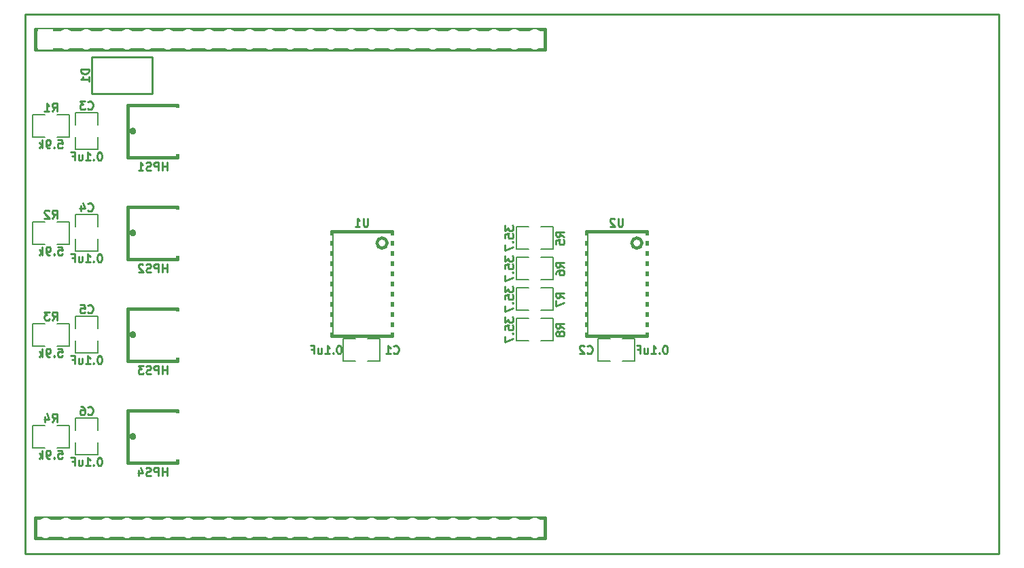
<source format=gbo>
G04 #@! TF.GenerationSoftware,KiCad,Pcbnew,6.0.0-rc1-unknown-7c11d03~66~ubuntu18.04.1*
G04 #@! TF.CreationDate,2018-08-27T10:42:18-04:00*
G04 #@! TF.ProjectId,smart_vision_controller_5x3,736D6172745F766973696F6E5F636F6E,1.0*
G04 #@! TF.SameCoordinates,Original*
G04 #@! TF.FileFunction,Legend,Bot*
G04 #@! TF.FilePolarity,Positive*
%FSLAX46Y46*%
G04 Gerber Fmt 4.6, Leading zero omitted, Abs format (unit mm)*
G04 Created by KiCad (PCBNEW 6.0.0-rc1-unknown-7c11d03~66~ubuntu18.04.1) date Mon Aug 27 10:42:18 2018*
%MOMM*%
%LPD*%
G01*
G04 APERTURE LIST*
%ADD10C,0.228600*%
%ADD11C,0.127000*%
%ADD12C,0.381000*%
%ADD13C,0.254000*%
%ADD14R,1.270000X2.540000*%
%ADD15O,5.080000X3.556000*%
%ADD16O,4.064000X5.080000*%
%ADD17O,4.572000X3.556000*%
%ADD18C,1.930400*%
%ADD19O,4.000000X3.000000*%
%ADD20R,4.000000X3.000000*%
%ADD21C,4.000000*%
%ADD22O,1.854200X2.540000*%
%ADD23C,3.556000*%
%ADD24R,1.854200X2.540000*%
%ADD25R,1.640000X1.800000*%
%ADD26R,5.160000X4.000000*%
%ADD27R,2.540000X1.270000*%
%ADD28R,6.400000X5.800000*%
%ADD29R,2.200000X0.800000*%
%ADD30O,5.000000X6.000000*%
%ADD31O,1.600000X2.200000*%
%ADD32R,1.600000X2.200000*%
%ADD33C,3.000000*%
%ADD34O,1.500000X2.500000*%
%ADD35O,1.524000X2.032000*%
%ADD36R,2.140000X0.740000*%
G04 APERTURE END LIST*
D10*
X191135000Y-71755000D02*
X69850000Y-71755000D01*
X191135000Y-139065000D02*
X191135000Y-71755000D01*
X69850000Y-139065000D02*
X191135000Y-139065000D01*
X69850000Y-71755000D02*
X69850000Y-139065000D01*
D11*
G04 #@! TO.C,R8*
X135636000Y-112522000D02*
X134112000Y-112522000D01*
X135636000Y-109728000D02*
X135636000Y-112522000D01*
X134112000Y-109728000D02*
X135636000Y-109728000D01*
X131064000Y-109728000D02*
X132588000Y-109728000D01*
X131064000Y-112522000D02*
X131064000Y-109728000D01*
X132588000Y-112522000D02*
X131064000Y-112522000D01*
D12*
G04 #@! TO.C,MDB1*
X71120000Y-76200000D02*
X134620000Y-76200000D01*
X71120000Y-73660000D02*
X134620000Y-73660000D01*
X71120000Y-137160000D02*
X134620000Y-137160000D01*
X71120000Y-134620000D02*
X134620000Y-134620000D01*
X134620000Y-76200000D02*
X134620000Y-73660000D01*
X71120000Y-73660000D02*
X71120000Y-76200000D01*
X134620000Y-137160000D02*
X134620000Y-134620000D01*
X71120000Y-134620000D02*
X71120000Y-137160000D01*
D10*
G04 #@! TO.C,D1*
X78165000Y-81675000D02*
X85665000Y-81675000D01*
X78165000Y-77075000D02*
X78165000Y-81675000D01*
X85665000Y-77075000D02*
X78165000Y-77075000D01*
X85665000Y-81675000D02*
X85665000Y-77075000D01*
D11*
G04 #@! TO.C,C1*
X114046000Y-115062000D02*
X112522000Y-115062000D01*
X114046000Y-112268000D02*
X114046000Y-115062000D01*
X112522000Y-112268000D02*
X114046000Y-112268000D01*
X109474000Y-112268000D02*
X110998000Y-112268000D01*
X109474000Y-115062000D02*
X109474000Y-112268000D01*
X110998000Y-115062000D02*
X109474000Y-115062000D01*
G04 #@! TO.C,C2*
X145796000Y-115062000D02*
X144272000Y-115062000D01*
X145796000Y-112268000D02*
X145796000Y-115062000D01*
X144272000Y-112268000D02*
X145796000Y-112268000D01*
X141224000Y-112268000D02*
X142748000Y-112268000D01*
X141224000Y-115062000D02*
X141224000Y-112268000D01*
X142748000Y-115062000D02*
X141224000Y-115062000D01*
G04 #@! TO.C,C3*
X78867000Y-84074000D02*
X78867000Y-85598000D01*
X76073000Y-84074000D02*
X78867000Y-84074000D01*
X76073000Y-85598000D02*
X76073000Y-84074000D01*
X76073000Y-88646000D02*
X76073000Y-87122000D01*
X78867000Y-88646000D02*
X76073000Y-88646000D01*
X78867000Y-87122000D02*
X78867000Y-88646000D01*
G04 #@! TO.C,C4*
X78867000Y-96774000D02*
X78867000Y-98298000D01*
X76073000Y-96774000D02*
X78867000Y-96774000D01*
X76073000Y-98298000D02*
X76073000Y-96774000D01*
X76073000Y-101346000D02*
X76073000Y-99822000D01*
X78867000Y-101346000D02*
X76073000Y-101346000D01*
X78867000Y-99822000D02*
X78867000Y-101346000D01*
G04 #@! TO.C,C5*
X78867000Y-109474000D02*
X78867000Y-110998000D01*
X76073000Y-109474000D02*
X78867000Y-109474000D01*
X76073000Y-110998000D02*
X76073000Y-109474000D01*
X76073000Y-114046000D02*
X76073000Y-112522000D01*
X78867000Y-114046000D02*
X76073000Y-114046000D01*
X78867000Y-112522000D02*
X78867000Y-114046000D01*
G04 #@! TO.C,C6*
X78867000Y-122174000D02*
X78867000Y-123698000D01*
X76073000Y-122174000D02*
X78867000Y-122174000D01*
X76073000Y-123698000D02*
X76073000Y-122174000D01*
X76073000Y-126746000D02*
X76073000Y-125222000D01*
X78867000Y-126746000D02*
X76073000Y-126746000D01*
X78867000Y-125222000D02*
X78867000Y-126746000D01*
D12*
G04 #@! TO.C,HPS1*
X83468607Y-86360000D02*
G75*
G03X83468607Y-86360000I-223607J0D01*
G01*
X88835000Y-89610000D02*
X88835000Y-83110000D01*
X88835000Y-83110000D02*
X82615000Y-83110000D01*
X82615000Y-83110000D02*
X82615000Y-89610000D01*
X82615000Y-89610000D02*
X88835000Y-89610000D01*
G04 #@! TO.C,HPS2*
X83468607Y-99060000D02*
G75*
G03X83468607Y-99060000I-223607J0D01*
G01*
X88835000Y-102310000D02*
X88835000Y-95810000D01*
X88835000Y-95810000D02*
X82615000Y-95810000D01*
X82615000Y-95810000D02*
X82615000Y-102310000D01*
X82615000Y-102310000D02*
X88835000Y-102310000D01*
G04 #@! TO.C,HPS3*
X83468607Y-111760000D02*
G75*
G03X83468607Y-111760000I-223607J0D01*
G01*
X88835000Y-115010000D02*
X88835000Y-108510000D01*
X88835000Y-108510000D02*
X82615000Y-108510000D01*
X82615000Y-108510000D02*
X82615000Y-115010000D01*
X82615000Y-115010000D02*
X88835000Y-115010000D01*
G04 #@! TO.C,HPS4*
X83468607Y-124460000D02*
G75*
G03X83468607Y-124460000I-223607J0D01*
G01*
X88835000Y-127710000D02*
X88835000Y-121210000D01*
X88835000Y-121210000D02*
X82615000Y-121210000D01*
X82615000Y-121210000D02*
X82615000Y-127710000D01*
X82615000Y-127710000D02*
X88835000Y-127710000D01*
D11*
G04 #@! TO.C,R1*
X70739000Y-84328000D02*
X72263000Y-84328000D01*
X70739000Y-87122000D02*
X70739000Y-84328000D01*
X72263000Y-87122000D02*
X70739000Y-87122000D01*
X75311000Y-87122000D02*
X73787000Y-87122000D01*
X75311000Y-84328000D02*
X75311000Y-87122000D01*
X73787000Y-84328000D02*
X75311000Y-84328000D01*
G04 #@! TO.C,R2*
X70739000Y-97663000D02*
X72263000Y-97663000D01*
X70739000Y-100457000D02*
X70739000Y-97663000D01*
X72263000Y-100457000D02*
X70739000Y-100457000D01*
X75311000Y-100457000D02*
X73787000Y-100457000D01*
X75311000Y-97663000D02*
X75311000Y-100457000D01*
X73787000Y-97663000D02*
X75311000Y-97663000D01*
G04 #@! TO.C,R3*
X70739000Y-110363000D02*
X72263000Y-110363000D01*
X70739000Y-113157000D02*
X70739000Y-110363000D01*
X72263000Y-113157000D02*
X70739000Y-113157000D01*
X75311000Y-113157000D02*
X73787000Y-113157000D01*
X75311000Y-110363000D02*
X75311000Y-113157000D01*
X73787000Y-110363000D02*
X75311000Y-110363000D01*
G04 #@! TO.C,R4*
X70739000Y-123063000D02*
X72263000Y-123063000D01*
X70739000Y-125857000D02*
X70739000Y-123063000D01*
X72263000Y-125857000D02*
X70739000Y-125857000D01*
X75311000Y-125857000D02*
X73787000Y-125857000D01*
X75311000Y-123063000D02*
X75311000Y-125857000D01*
X73787000Y-123063000D02*
X75311000Y-123063000D01*
G04 #@! TO.C,R5*
X135636000Y-101092000D02*
X134112000Y-101092000D01*
X135636000Y-98298000D02*
X135636000Y-101092000D01*
X134112000Y-98298000D02*
X135636000Y-98298000D01*
X131064000Y-98298000D02*
X132588000Y-98298000D01*
X131064000Y-101092000D02*
X131064000Y-98298000D01*
X132588000Y-101092000D02*
X131064000Y-101092000D01*
G04 #@! TO.C,R6*
X135636000Y-104902000D02*
X134112000Y-104902000D01*
X135636000Y-102108000D02*
X135636000Y-104902000D01*
X134112000Y-102108000D02*
X135636000Y-102108000D01*
X131064000Y-102108000D02*
X132588000Y-102108000D01*
X131064000Y-104902000D02*
X131064000Y-102108000D01*
X132588000Y-104902000D02*
X131064000Y-104902000D01*
G04 #@! TO.C,R7*
X135636000Y-108712000D02*
X134112000Y-108712000D01*
X135636000Y-105918000D02*
X135636000Y-108712000D01*
X134112000Y-105918000D02*
X135636000Y-105918000D01*
X131064000Y-105918000D02*
X132588000Y-105918000D01*
X131064000Y-108712000D02*
X131064000Y-105918000D01*
X132588000Y-108712000D02*
X131064000Y-108712000D01*
D12*
G04 #@! TO.C,U1*
X108010000Y-98910000D02*
X115510000Y-98910000D01*
X108010000Y-111910000D02*
X108010000Y-98910000D01*
X115510000Y-111910000D02*
X108010000Y-111910000D01*
X115510000Y-98910000D02*
X115510000Y-111910000D01*
X114935000Y-100330000D02*
G75*
G03X114935000Y-100330000I-635000J0D01*
G01*
G04 #@! TO.C,U2*
X139760000Y-98910000D02*
X147260000Y-98910000D01*
X139760000Y-111910000D02*
X139760000Y-98910000D01*
X147260000Y-111910000D02*
X139760000Y-111910000D01*
X147260000Y-98910000D02*
X147260000Y-111910000D01*
X146685000Y-100330000D02*
G75*
G03X146685000Y-100330000I-635000J0D01*
G01*
G04 #@! TD*
G04 #@! TO.C,R8*
D13*
X136984619Y-110955666D02*
X136500809Y-110617000D01*
X136984619Y-110375095D02*
X135968619Y-110375095D01*
X135968619Y-110762142D01*
X136017000Y-110858904D01*
X136065380Y-110907285D01*
X136162142Y-110955666D01*
X136307285Y-110955666D01*
X136404047Y-110907285D01*
X136452428Y-110858904D01*
X136500809Y-110762142D01*
X136500809Y-110375095D01*
X136404047Y-111536238D02*
X136355666Y-111439476D01*
X136307285Y-111391095D01*
X136210523Y-111342714D01*
X136162142Y-111342714D01*
X136065380Y-111391095D01*
X136017000Y-111439476D01*
X135968619Y-111536238D01*
X135968619Y-111729761D01*
X136017000Y-111826523D01*
X136065380Y-111874904D01*
X136162142Y-111923285D01*
X136210523Y-111923285D01*
X136307285Y-111874904D01*
X136355666Y-111826523D01*
X136404047Y-111729761D01*
X136404047Y-111536238D01*
X136452428Y-111439476D01*
X136500809Y-111391095D01*
X136597571Y-111342714D01*
X136791095Y-111342714D01*
X136887857Y-111391095D01*
X136936238Y-111439476D01*
X136984619Y-111536238D01*
X136984619Y-111729761D01*
X136936238Y-111826523D01*
X136887857Y-111874904D01*
X136791095Y-111923285D01*
X136597571Y-111923285D01*
X136500809Y-111874904D01*
X136452428Y-111826523D01*
X136404047Y-111729761D01*
X129618619Y-109576809D02*
X129618619Y-110205761D01*
X130005666Y-109867095D01*
X130005666Y-110012238D01*
X130054047Y-110109000D01*
X130102428Y-110157380D01*
X130199190Y-110205761D01*
X130441095Y-110205761D01*
X130537857Y-110157380D01*
X130586238Y-110109000D01*
X130634619Y-110012238D01*
X130634619Y-109721952D01*
X130586238Y-109625190D01*
X130537857Y-109576809D01*
X129618619Y-111125000D02*
X129618619Y-110641190D01*
X130102428Y-110592809D01*
X130054047Y-110641190D01*
X130005666Y-110737952D01*
X130005666Y-110979857D01*
X130054047Y-111076619D01*
X130102428Y-111125000D01*
X130199190Y-111173380D01*
X130441095Y-111173380D01*
X130537857Y-111125000D01*
X130586238Y-111076619D01*
X130634619Y-110979857D01*
X130634619Y-110737952D01*
X130586238Y-110641190D01*
X130537857Y-110592809D01*
X130537857Y-111608809D02*
X130586238Y-111657190D01*
X130634619Y-111608809D01*
X130586238Y-111560428D01*
X130537857Y-111608809D01*
X130634619Y-111608809D01*
X129618619Y-111995857D02*
X129618619Y-112673190D01*
X130634619Y-112237761D01*
G04 #@! TO.C,D1*
X77774619Y-78625095D02*
X76758619Y-78625095D01*
X76758619Y-78867000D01*
X76807000Y-79012142D01*
X76903761Y-79108904D01*
X77000523Y-79157285D01*
X77194047Y-79205666D01*
X77339190Y-79205666D01*
X77532714Y-79157285D01*
X77629476Y-79108904D01*
X77726238Y-79012142D01*
X77774619Y-78867000D01*
X77774619Y-78625095D01*
X77774619Y-80173285D02*
X77774619Y-79592714D01*
X77774619Y-79883000D02*
X76758619Y-79883000D01*
X76903761Y-79786238D01*
X77000523Y-79689476D01*
X77048904Y-79592714D01*
G04 #@! TO.C,C1*
X115739333Y-114027857D02*
X115787714Y-114076238D01*
X115932857Y-114124619D01*
X116029619Y-114124619D01*
X116174761Y-114076238D01*
X116271523Y-113979476D01*
X116319904Y-113882714D01*
X116368285Y-113689190D01*
X116368285Y-113544047D01*
X116319904Y-113350523D01*
X116271523Y-113253761D01*
X116174761Y-113157000D01*
X116029619Y-113108619D01*
X115932857Y-113108619D01*
X115787714Y-113157000D01*
X115739333Y-113205380D01*
X114771714Y-114124619D02*
X115352285Y-114124619D01*
X115062000Y-114124619D02*
X115062000Y-113108619D01*
X115158761Y-113253761D01*
X115255523Y-113350523D01*
X115352285Y-113398904D01*
X108984142Y-113108619D02*
X108887380Y-113108619D01*
X108790619Y-113157000D01*
X108742238Y-113205380D01*
X108693857Y-113302142D01*
X108645476Y-113495666D01*
X108645476Y-113737571D01*
X108693857Y-113931095D01*
X108742238Y-114027857D01*
X108790619Y-114076238D01*
X108887380Y-114124619D01*
X108984142Y-114124619D01*
X109080904Y-114076238D01*
X109129285Y-114027857D01*
X109177666Y-113931095D01*
X109226047Y-113737571D01*
X109226047Y-113495666D01*
X109177666Y-113302142D01*
X109129285Y-113205380D01*
X109080904Y-113157000D01*
X108984142Y-113108619D01*
X108210047Y-114027857D02*
X108161666Y-114076238D01*
X108210047Y-114124619D01*
X108258428Y-114076238D01*
X108210047Y-114027857D01*
X108210047Y-114124619D01*
X107194047Y-114124619D02*
X107774619Y-114124619D01*
X107484333Y-114124619D02*
X107484333Y-113108619D01*
X107581095Y-113253761D01*
X107677857Y-113350523D01*
X107774619Y-113398904D01*
X106323190Y-113447285D02*
X106323190Y-114124619D01*
X106758619Y-113447285D02*
X106758619Y-113979476D01*
X106710238Y-114076238D01*
X106613476Y-114124619D01*
X106468333Y-114124619D01*
X106371571Y-114076238D01*
X106323190Y-114027857D01*
X105500714Y-113592428D02*
X105839380Y-113592428D01*
X105839380Y-114124619D02*
X105839380Y-113108619D01*
X105355571Y-113108619D01*
G04 #@! TO.C,C2*
X139869333Y-114027857D02*
X139917714Y-114076238D01*
X140062857Y-114124619D01*
X140159619Y-114124619D01*
X140304761Y-114076238D01*
X140401523Y-113979476D01*
X140449904Y-113882714D01*
X140498285Y-113689190D01*
X140498285Y-113544047D01*
X140449904Y-113350523D01*
X140401523Y-113253761D01*
X140304761Y-113157000D01*
X140159619Y-113108619D01*
X140062857Y-113108619D01*
X139917714Y-113157000D01*
X139869333Y-113205380D01*
X139482285Y-113205380D02*
X139433904Y-113157000D01*
X139337142Y-113108619D01*
X139095238Y-113108619D01*
X138998476Y-113157000D01*
X138950095Y-113205380D01*
X138901714Y-113302142D01*
X138901714Y-113398904D01*
X138950095Y-113544047D01*
X139530666Y-114124619D01*
X138901714Y-114124619D01*
X149624142Y-113108619D02*
X149527380Y-113108619D01*
X149430619Y-113157000D01*
X149382238Y-113205380D01*
X149333857Y-113302142D01*
X149285476Y-113495666D01*
X149285476Y-113737571D01*
X149333857Y-113931095D01*
X149382238Y-114027857D01*
X149430619Y-114076238D01*
X149527380Y-114124619D01*
X149624142Y-114124619D01*
X149720904Y-114076238D01*
X149769285Y-114027857D01*
X149817666Y-113931095D01*
X149866047Y-113737571D01*
X149866047Y-113495666D01*
X149817666Y-113302142D01*
X149769285Y-113205380D01*
X149720904Y-113157000D01*
X149624142Y-113108619D01*
X148850047Y-114027857D02*
X148801666Y-114076238D01*
X148850047Y-114124619D01*
X148898428Y-114076238D01*
X148850047Y-114027857D01*
X148850047Y-114124619D01*
X147834047Y-114124619D02*
X148414619Y-114124619D01*
X148124333Y-114124619D02*
X148124333Y-113108619D01*
X148221095Y-113253761D01*
X148317857Y-113350523D01*
X148414619Y-113398904D01*
X146963190Y-113447285D02*
X146963190Y-114124619D01*
X147398619Y-113447285D02*
X147398619Y-113979476D01*
X147350238Y-114076238D01*
X147253476Y-114124619D01*
X147108333Y-114124619D01*
X147011571Y-114076238D01*
X146963190Y-114027857D01*
X146140714Y-113592428D02*
X146479380Y-113592428D01*
X146479380Y-114124619D02*
X146479380Y-113108619D01*
X145995571Y-113108619D01*
G04 #@! TO.C,C3*
X77639333Y-83547857D02*
X77687714Y-83596238D01*
X77832857Y-83644619D01*
X77929619Y-83644619D01*
X78074761Y-83596238D01*
X78171523Y-83499476D01*
X78219904Y-83402714D01*
X78268285Y-83209190D01*
X78268285Y-83064047D01*
X78219904Y-82870523D01*
X78171523Y-82773761D01*
X78074761Y-82677000D01*
X77929619Y-82628619D01*
X77832857Y-82628619D01*
X77687714Y-82677000D01*
X77639333Y-82725380D01*
X77300666Y-82628619D02*
X76671714Y-82628619D01*
X77010380Y-83015666D01*
X76865238Y-83015666D01*
X76768476Y-83064047D01*
X76720095Y-83112428D01*
X76671714Y-83209190D01*
X76671714Y-83451095D01*
X76720095Y-83547857D01*
X76768476Y-83596238D01*
X76865238Y-83644619D01*
X77155523Y-83644619D01*
X77252285Y-83596238D01*
X77300666Y-83547857D01*
X79139142Y-88978619D02*
X79042380Y-88978619D01*
X78945619Y-89027000D01*
X78897238Y-89075380D01*
X78848857Y-89172142D01*
X78800476Y-89365666D01*
X78800476Y-89607571D01*
X78848857Y-89801095D01*
X78897238Y-89897857D01*
X78945619Y-89946238D01*
X79042380Y-89994619D01*
X79139142Y-89994619D01*
X79235904Y-89946238D01*
X79284285Y-89897857D01*
X79332666Y-89801095D01*
X79381047Y-89607571D01*
X79381047Y-89365666D01*
X79332666Y-89172142D01*
X79284285Y-89075380D01*
X79235904Y-89027000D01*
X79139142Y-88978619D01*
X78365047Y-89897857D02*
X78316666Y-89946238D01*
X78365047Y-89994619D01*
X78413428Y-89946238D01*
X78365047Y-89897857D01*
X78365047Y-89994619D01*
X77349047Y-89994619D02*
X77929619Y-89994619D01*
X77639333Y-89994619D02*
X77639333Y-88978619D01*
X77736095Y-89123761D01*
X77832857Y-89220523D01*
X77929619Y-89268904D01*
X76478190Y-89317285D02*
X76478190Y-89994619D01*
X76913619Y-89317285D02*
X76913619Y-89849476D01*
X76865238Y-89946238D01*
X76768476Y-89994619D01*
X76623333Y-89994619D01*
X76526571Y-89946238D01*
X76478190Y-89897857D01*
X75655714Y-89462428D02*
X75994380Y-89462428D01*
X75994380Y-89994619D02*
X75994380Y-88978619D01*
X75510571Y-88978619D01*
G04 #@! TO.C,C4*
X77639333Y-96247857D02*
X77687714Y-96296238D01*
X77832857Y-96344619D01*
X77929619Y-96344619D01*
X78074761Y-96296238D01*
X78171523Y-96199476D01*
X78219904Y-96102714D01*
X78268285Y-95909190D01*
X78268285Y-95764047D01*
X78219904Y-95570523D01*
X78171523Y-95473761D01*
X78074761Y-95377000D01*
X77929619Y-95328619D01*
X77832857Y-95328619D01*
X77687714Y-95377000D01*
X77639333Y-95425380D01*
X76768476Y-95667285D02*
X76768476Y-96344619D01*
X77010380Y-95280238D02*
X77252285Y-96005952D01*
X76623333Y-96005952D01*
X79139142Y-101678619D02*
X79042380Y-101678619D01*
X78945619Y-101727000D01*
X78897238Y-101775380D01*
X78848857Y-101872142D01*
X78800476Y-102065666D01*
X78800476Y-102307571D01*
X78848857Y-102501095D01*
X78897238Y-102597857D01*
X78945619Y-102646238D01*
X79042380Y-102694619D01*
X79139142Y-102694619D01*
X79235904Y-102646238D01*
X79284285Y-102597857D01*
X79332666Y-102501095D01*
X79381047Y-102307571D01*
X79381047Y-102065666D01*
X79332666Y-101872142D01*
X79284285Y-101775380D01*
X79235904Y-101727000D01*
X79139142Y-101678619D01*
X78365047Y-102597857D02*
X78316666Y-102646238D01*
X78365047Y-102694619D01*
X78413428Y-102646238D01*
X78365047Y-102597857D01*
X78365047Y-102694619D01*
X77349047Y-102694619D02*
X77929619Y-102694619D01*
X77639333Y-102694619D02*
X77639333Y-101678619D01*
X77736095Y-101823761D01*
X77832857Y-101920523D01*
X77929619Y-101968904D01*
X76478190Y-102017285D02*
X76478190Y-102694619D01*
X76913619Y-102017285D02*
X76913619Y-102549476D01*
X76865238Y-102646238D01*
X76768476Y-102694619D01*
X76623333Y-102694619D01*
X76526571Y-102646238D01*
X76478190Y-102597857D01*
X75655714Y-102162428D02*
X75994380Y-102162428D01*
X75994380Y-102694619D02*
X75994380Y-101678619D01*
X75510571Y-101678619D01*
G04 #@! TO.C,C5*
X77639333Y-108947857D02*
X77687714Y-108996238D01*
X77832857Y-109044619D01*
X77929619Y-109044619D01*
X78074761Y-108996238D01*
X78171523Y-108899476D01*
X78219904Y-108802714D01*
X78268285Y-108609190D01*
X78268285Y-108464047D01*
X78219904Y-108270523D01*
X78171523Y-108173761D01*
X78074761Y-108077000D01*
X77929619Y-108028619D01*
X77832857Y-108028619D01*
X77687714Y-108077000D01*
X77639333Y-108125380D01*
X76720095Y-108028619D02*
X77203904Y-108028619D01*
X77252285Y-108512428D01*
X77203904Y-108464047D01*
X77107142Y-108415666D01*
X76865238Y-108415666D01*
X76768476Y-108464047D01*
X76720095Y-108512428D01*
X76671714Y-108609190D01*
X76671714Y-108851095D01*
X76720095Y-108947857D01*
X76768476Y-108996238D01*
X76865238Y-109044619D01*
X77107142Y-109044619D01*
X77203904Y-108996238D01*
X77252285Y-108947857D01*
X79139142Y-114378619D02*
X79042380Y-114378619D01*
X78945619Y-114427000D01*
X78897238Y-114475380D01*
X78848857Y-114572142D01*
X78800476Y-114765666D01*
X78800476Y-115007571D01*
X78848857Y-115201095D01*
X78897238Y-115297857D01*
X78945619Y-115346238D01*
X79042380Y-115394619D01*
X79139142Y-115394619D01*
X79235904Y-115346238D01*
X79284285Y-115297857D01*
X79332666Y-115201095D01*
X79381047Y-115007571D01*
X79381047Y-114765666D01*
X79332666Y-114572142D01*
X79284285Y-114475380D01*
X79235904Y-114427000D01*
X79139142Y-114378619D01*
X78365047Y-115297857D02*
X78316666Y-115346238D01*
X78365047Y-115394619D01*
X78413428Y-115346238D01*
X78365047Y-115297857D01*
X78365047Y-115394619D01*
X77349047Y-115394619D02*
X77929619Y-115394619D01*
X77639333Y-115394619D02*
X77639333Y-114378619D01*
X77736095Y-114523761D01*
X77832857Y-114620523D01*
X77929619Y-114668904D01*
X76478190Y-114717285D02*
X76478190Y-115394619D01*
X76913619Y-114717285D02*
X76913619Y-115249476D01*
X76865238Y-115346238D01*
X76768476Y-115394619D01*
X76623333Y-115394619D01*
X76526571Y-115346238D01*
X76478190Y-115297857D01*
X75655714Y-114862428D02*
X75994380Y-114862428D01*
X75994380Y-115394619D02*
X75994380Y-114378619D01*
X75510571Y-114378619D01*
G04 #@! TO.C,C6*
X77639333Y-121647857D02*
X77687714Y-121696238D01*
X77832857Y-121744619D01*
X77929619Y-121744619D01*
X78074761Y-121696238D01*
X78171523Y-121599476D01*
X78219904Y-121502714D01*
X78268285Y-121309190D01*
X78268285Y-121164047D01*
X78219904Y-120970523D01*
X78171523Y-120873761D01*
X78074761Y-120777000D01*
X77929619Y-120728619D01*
X77832857Y-120728619D01*
X77687714Y-120777000D01*
X77639333Y-120825380D01*
X76768476Y-120728619D02*
X76962000Y-120728619D01*
X77058761Y-120777000D01*
X77107142Y-120825380D01*
X77203904Y-120970523D01*
X77252285Y-121164047D01*
X77252285Y-121551095D01*
X77203904Y-121647857D01*
X77155523Y-121696238D01*
X77058761Y-121744619D01*
X76865238Y-121744619D01*
X76768476Y-121696238D01*
X76720095Y-121647857D01*
X76671714Y-121551095D01*
X76671714Y-121309190D01*
X76720095Y-121212428D01*
X76768476Y-121164047D01*
X76865238Y-121115666D01*
X77058761Y-121115666D01*
X77155523Y-121164047D01*
X77203904Y-121212428D01*
X77252285Y-121309190D01*
X79139142Y-127078619D02*
X79042380Y-127078619D01*
X78945619Y-127127000D01*
X78897238Y-127175380D01*
X78848857Y-127272142D01*
X78800476Y-127465666D01*
X78800476Y-127707571D01*
X78848857Y-127901095D01*
X78897238Y-127997857D01*
X78945619Y-128046238D01*
X79042380Y-128094619D01*
X79139142Y-128094619D01*
X79235904Y-128046238D01*
X79284285Y-127997857D01*
X79332666Y-127901095D01*
X79381047Y-127707571D01*
X79381047Y-127465666D01*
X79332666Y-127272142D01*
X79284285Y-127175380D01*
X79235904Y-127127000D01*
X79139142Y-127078619D01*
X78365047Y-127997857D02*
X78316666Y-128046238D01*
X78365047Y-128094619D01*
X78413428Y-128046238D01*
X78365047Y-127997857D01*
X78365047Y-128094619D01*
X77349047Y-128094619D02*
X77929619Y-128094619D01*
X77639333Y-128094619D02*
X77639333Y-127078619D01*
X77736095Y-127223761D01*
X77832857Y-127320523D01*
X77929619Y-127368904D01*
X76478190Y-127417285D02*
X76478190Y-128094619D01*
X76913619Y-127417285D02*
X76913619Y-127949476D01*
X76865238Y-128046238D01*
X76768476Y-128094619D01*
X76623333Y-128094619D01*
X76526571Y-128046238D01*
X76478190Y-127997857D01*
X75655714Y-127562428D02*
X75994380Y-127562428D01*
X75994380Y-128094619D02*
X75994380Y-127078619D01*
X75510571Y-127078619D01*
G04 #@! TO.C,HPS1*
X87510904Y-91264619D02*
X87510904Y-90248619D01*
X87510904Y-90732428D02*
X86930333Y-90732428D01*
X86930333Y-91264619D02*
X86930333Y-90248619D01*
X86446523Y-91264619D02*
X86446523Y-90248619D01*
X86059476Y-90248619D01*
X85962714Y-90297000D01*
X85914333Y-90345380D01*
X85865952Y-90442142D01*
X85865952Y-90587285D01*
X85914333Y-90684047D01*
X85962714Y-90732428D01*
X86059476Y-90780809D01*
X86446523Y-90780809D01*
X85478904Y-91216238D02*
X85333761Y-91264619D01*
X85091857Y-91264619D01*
X84995095Y-91216238D01*
X84946714Y-91167857D01*
X84898333Y-91071095D01*
X84898333Y-90974333D01*
X84946714Y-90877571D01*
X84995095Y-90829190D01*
X85091857Y-90780809D01*
X85285380Y-90732428D01*
X85382142Y-90684047D01*
X85430523Y-90635666D01*
X85478904Y-90538904D01*
X85478904Y-90442142D01*
X85430523Y-90345380D01*
X85382142Y-90297000D01*
X85285380Y-90248619D01*
X85043476Y-90248619D01*
X84898333Y-90297000D01*
X83930714Y-91264619D02*
X84511285Y-91264619D01*
X84221000Y-91264619D02*
X84221000Y-90248619D01*
X84317761Y-90393761D01*
X84414523Y-90490523D01*
X84511285Y-90538904D01*
G04 #@! TO.C,HPS2*
X87510904Y-103964619D02*
X87510904Y-102948619D01*
X87510904Y-103432428D02*
X86930333Y-103432428D01*
X86930333Y-103964619D02*
X86930333Y-102948619D01*
X86446523Y-103964619D02*
X86446523Y-102948619D01*
X86059476Y-102948619D01*
X85962714Y-102997000D01*
X85914333Y-103045380D01*
X85865952Y-103142142D01*
X85865952Y-103287285D01*
X85914333Y-103384047D01*
X85962714Y-103432428D01*
X86059476Y-103480809D01*
X86446523Y-103480809D01*
X85478904Y-103916238D02*
X85333761Y-103964619D01*
X85091857Y-103964619D01*
X84995095Y-103916238D01*
X84946714Y-103867857D01*
X84898333Y-103771095D01*
X84898333Y-103674333D01*
X84946714Y-103577571D01*
X84995095Y-103529190D01*
X85091857Y-103480809D01*
X85285380Y-103432428D01*
X85382142Y-103384047D01*
X85430523Y-103335666D01*
X85478904Y-103238904D01*
X85478904Y-103142142D01*
X85430523Y-103045380D01*
X85382142Y-102997000D01*
X85285380Y-102948619D01*
X85043476Y-102948619D01*
X84898333Y-102997000D01*
X84511285Y-103045380D02*
X84462904Y-102997000D01*
X84366142Y-102948619D01*
X84124238Y-102948619D01*
X84027476Y-102997000D01*
X83979095Y-103045380D01*
X83930714Y-103142142D01*
X83930714Y-103238904D01*
X83979095Y-103384047D01*
X84559666Y-103964619D01*
X83930714Y-103964619D01*
G04 #@! TO.C,HPS3*
X87510904Y-116664619D02*
X87510904Y-115648619D01*
X87510904Y-116132428D02*
X86930333Y-116132428D01*
X86930333Y-116664619D02*
X86930333Y-115648619D01*
X86446523Y-116664619D02*
X86446523Y-115648619D01*
X86059476Y-115648619D01*
X85962714Y-115697000D01*
X85914333Y-115745380D01*
X85865952Y-115842142D01*
X85865952Y-115987285D01*
X85914333Y-116084047D01*
X85962714Y-116132428D01*
X86059476Y-116180809D01*
X86446523Y-116180809D01*
X85478904Y-116616238D02*
X85333761Y-116664619D01*
X85091857Y-116664619D01*
X84995095Y-116616238D01*
X84946714Y-116567857D01*
X84898333Y-116471095D01*
X84898333Y-116374333D01*
X84946714Y-116277571D01*
X84995095Y-116229190D01*
X85091857Y-116180809D01*
X85285380Y-116132428D01*
X85382142Y-116084047D01*
X85430523Y-116035666D01*
X85478904Y-115938904D01*
X85478904Y-115842142D01*
X85430523Y-115745380D01*
X85382142Y-115697000D01*
X85285380Y-115648619D01*
X85043476Y-115648619D01*
X84898333Y-115697000D01*
X84559666Y-115648619D02*
X83930714Y-115648619D01*
X84269380Y-116035666D01*
X84124238Y-116035666D01*
X84027476Y-116084047D01*
X83979095Y-116132428D01*
X83930714Y-116229190D01*
X83930714Y-116471095D01*
X83979095Y-116567857D01*
X84027476Y-116616238D01*
X84124238Y-116664619D01*
X84414523Y-116664619D01*
X84511285Y-116616238D01*
X84559666Y-116567857D01*
G04 #@! TO.C,HPS4*
X87490904Y-129364619D02*
X87490904Y-128348619D01*
X87490904Y-128832428D02*
X86910333Y-128832428D01*
X86910333Y-129364619D02*
X86910333Y-128348619D01*
X86426523Y-129364619D02*
X86426523Y-128348619D01*
X86039476Y-128348619D01*
X85942714Y-128397000D01*
X85894333Y-128445380D01*
X85845952Y-128542142D01*
X85845952Y-128687285D01*
X85894333Y-128784047D01*
X85942714Y-128832428D01*
X86039476Y-128880809D01*
X86426523Y-128880809D01*
X85458904Y-129316238D02*
X85313761Y-129364619D01*
X85071857Y-129364619D01*
X84975095Y-129316238D01*
X84926714Y-129267857D01*
X84878333Y-129171095D01*
X84878333Y-129074333D01*
X84926714Y-128977571D01*
X84975095Y-128929190D01*
X85071857Y-128880809D01*
X85265380Y-128832428D01*
X85362142Y-128784047D01*
X85410523Y-128735666D01*
X85458904Y-128638904D01*
X85458904Y-128542142D01*
X85410523Y-128445380D01*
X85362142Y-128397000D01*
X85265380Y-128348619D01*
X85023476Y-128348619D01*
X84878333Y-128397000D01*
X84007476Y-128687285D02*
X84007476Y-129364619D01*
X84249380Y-128300238D02*
X84491285Y-129025952D01*
X83862333Y-129025952D01*
G04 #@! TO.C,R1*
X73194333Y-83898619D02*
X73533000Y-83414809D01*
X73774904Y-83898619D02*
X73774904Y-82882619D01*
X73387857Y-82882619D01*
X73291095Y-82931000D01*
X73242714Y-82979380D01*
X73194333Y-83076142D01*
X73194333Y-83221285D01*
X73242714Y-83318047D01*
X73291095Y-83366428D01*
X73387857Y-83414809D01*
X73774904Y-83414809D01*
X72226714Y-83898619D02*
X72807285Y-83898619D01*
X72517000Y-83898619D02*
X72517000Y-82882619D01*
X72613761Y-83027761D01*
X72710523Y-83124523D01*
X72807285Y-83172904D01*
X73920047Y-87454619D02*
X74403857Y-87454619D01*
X74452238Y-87938428D01*
X74403857Y-87890047D01*
X74307095Y-87841666D01*
X74065190Y-87841666D01*
X73968428Y-87890047D01*
X73920047Y-87938428D01*
X73871666Y-88035190D01*
X73871666Y-88277095D01*
X73920047Y-88373857D01*
X73968428Y-88422238D01*
X74065190Y-88470619D01*
X74307095Y-88470619D01*
X74403857Y-88422238D01*
X74452238Y-88373857D01*
X73436238Y-88373857D02*
X73387857Y-88422238D01*
X73436238Y-88470619D01*
X73484619Y-88422238D01*
X73436238Y-88373857D01*
X73436238Y-88470619D01*
X72904047Y-88470619D02*
X72710523Y-88470619D01*
X72613761Y-88422238D01*
X72565380Y-88373857D01*
X72468619Y-88228714D01*
X72420238Y-88035190D01*
X72420238Y-87648142D01*
X72468619Y-87551380D01*
X72517000Y-87503000D01*
X72613761Y-87454619D01*
X72807285Y-87454619D01*
X72904047Y-87503000D01*
X72952428Y-87551380D01*
X73000809Y-87648142D01*
X73000809Y-87890047D01*
X72952428Y-87986809D01*
X72904047Y-88035190D01*
X72807285Y-88083571D01*
X72613761Y-88083571D01*
X72517000Y-88035190D01*
X72468619Y-87986809D01*
X72420238Y-87890047D01*
X71984809Y-88470619D02*
X71984809Y-87454619D01*
X71888047Y-88083571D02*
X71597761Y-88470619D01*
X71597761Y-87793285D02*
X71984809Y-88180333D01*
G04 #@! TO.C,R2*
X73194333Y-97233619D02*
X73533000Y-96749809D01*
X73774904Y-97233619D02*
X73774904Y-96217619D01*
X73387857Y-96217619D01*
X73291095Y-96266000D01*
X73242714Y-96314380D01*
X73194333Y-96411142D01*
X73194333Y-96556285D01*
X73242714Y-96653047D01*
X73291095Y-96701428D01*
X73387857Y-96749809D01*
X73774904Y-96749809D01*
X72807285Y-96314380D02*
X72758904Y-96266000D01*
X72662142Y-96217619D01*
X72420238Y-96217619D01*
X72323476Y-96266000D01*
X72275095Y-96314380D01*
X72226714Y-96411142D01*
X72226714Y-96507904D01*
X72275095Y-96653047D01*
X72855666Y-97233619D01*
X72226714Y-97233619D01*
X73920047Y-100789619D02*
X74403857Y-100789619D01*
X74452238Y-101273428D01*
X74403857Y-101225047D01*
X74307095Y-101176666D01*
X74065190Y-101176666D01*
X73968428Y-101225047D01*
X73920047Y-101273428D01*
X73871666Y-101370190D01*
X73871666Y-101612095D01*
X73920047Y-101708857D01*
X73968428Y-101757238D01*
X74065190Y-101805619D01*
X74307095Y-101805619D01*
X74403857Y-101757238D01*
X74452238Y-101708857D01*
X73436238Y-101708857D02*
X73387857Y-101757238D01*
X73436238Y-101805619D01*
X73484619Y-101757238D01*
X73436238Y-101708857D01*
X73436238Y-101805619D01*
X72904047Y-101805619D02*
X72710523Y-101805619D01*
X72613761Y-101757238D01*
X72565380Y-101708857D01*
X72468619Y-101563714D01*
X72420238Y-101370190D01*
X72420238Y-100983142D01*
X72468619Y-100886380D01*
X72517000Y-100838000D01*
X72613761Y-100789619D01*
X72807285Y-100789619D01*
X72904047Y-100838000D01*
X72952428Y-100886380D01*
X73000809Y-100983142D01*
X73000809Y-101225047D01*
X72952428Y-101321809D01*
X72904047Y-101370190D01*
X72807285Y-101418571D01*
X72613761Y-101418571D01*
X72517000Y-101370190D01*
X72468619Y-101321809D01*
X72420238Y-101225047D01*
X71984809Y-101805619D02*
X71984809Y-100789619D01*
X71888047Y-101418571D02*
X71597761Y-101805619D01*
X71597761Y-101128285D02*
X71984809Y-101515333D01*
G04 #@! TO.C,R3*
X73194333Y-109933619D02*
X73533000Y-109449809D01*
X73774904Y-109933619D02*
X73774904Y-108917619D01*
X73387857Y-108917619D01*
X73291095Y-108966000D01*
X73242714Y-109014380D01*
X73194333Y-109111142D01*
X73194333Y-109256285D01*
X73242714Y-109353047D01*
X73291095Y-109401428D01*
X73387857Y-109449809D01*
X73774904Y-109449809D01*
X72855666Y-108917619D02*
X72226714Y-108917619D01*
X72565380Y-109304666D01*
X72420238Y-109304666D01*
X72323476Y-109353047D01*
X72275095Y-109401428D01*
X72226714Y-109498190D01*
X72226714Y-109740095D01*
X72275095Y-109836857D01*
X72323476Y-109885238D01*
X72420238Y-109933619D01*
X72710523Y-109933619D01*
X72807285Y-109885238D01*
X72855666Y-109836857D01*
X73920047Y-113489619D02*
X74403857Y-113489619D01*
X74452238Y-113973428D01*
X74403857Y-113925047D01*
X74307095Y-113876666D01*
X74065190Y-113876666D01*
X73968428Y-113925047D01*
X73920047Y-113973428D01*
X73871666Y-114070190D01*
X73871666Y-114312095D01*
X73920047Y-114408857D01*
X73968428Y-114457238D01*
X74065190Y-114505619D01*
X74307095Y-114505619D01*
X74403857Y-114457238D01*
X74452238Y-114408857D01*
X73436238Y-114408857D02*
X73387857Y-114457238D01*
X73436238Y-114505619D01*
X73484619Y-114457238D01*
X73436238Y-114408857D01*
X73436238Y-114505619D01*
X72904047Y-114505619D02*
X72710523Y-114505619D01*
X72613761Y-114457238D01*
X72565380Y-114408857D01*
X72468619Y-114263714D01*
X72420238Y-114070190D01*
X72420238Y-113683142D01*
X72468619Y-113586380D01*
X72517000Y-113538000D01*
X72613761Y-113489619D01*
X72807285Y-113489619D01*
X72904047Y-113538000D01*
X72952428Y-113586380D01*
X73000809Y-113683142D01*
X73000809Y-113925047D01*
X72952428Y-114021809D01*
X72904047Y-114070190D01*
X72807285Y-114118571D01*
X72613761Y-114118571D01*
X72517000Y-114070190D01*
X72468619Y-114021809D01*
X72420238Y-113925047D01*
X71984809Y-114505619D02*
X71984809Y-113489619D01*
X71888047Y-114118571D02*
X71597761Y-114505619D01*
X71597761Y-113828285D02*
X71984809Y-114215333D01*
G04 #@! TO.C,R4*
X73194333Y-122633619D02*
X73533000Y-122149809D01*
X73774904Y-122633619D02*
X73774904Y-121617619D01*
X73387857Y-121617619D01*
X73291095Y-121666000D01*
X73242714Y-121714380D01*
X73194333Y-121811142D01*
X73194333Y-121956285D01*
X73242714Y-122053047D01*
X73291095Y-122101428D01*
X73387857Y-122149809D01*
X73774904Y-122149809D01*
X72323476Y-121956285D02*
X72323476Y-122633619D01*
X72565380Y-121569238D02*
X72807285Y-122294952D01*
X72178333Y-122294952D01*
X73920047Y-126189619D02*
X74403857Y-126189619D01*
X74452238Y-126673428D01*
X74403857Y-126625047D01*
X74307095Y-126576666D01*
X74065190Y-126576666D01*
X73968428Y-126625047D01*
X73920047Y-126673428D01*
X73871666Y-126770190D01*
X73871666Y-127012095D01*
X73920047Y-127108857D01*
X73968428Y-127157238D01*
X74065190Y-127205619D01*
X74307095Y-127205619D01*
X74403857Y-127157238D01*
X74452238Y-127108857D01*
X73436238Y-127108857D02*
X73387857Y-127157238D01*
X73436238Y-127205619D01*
X73484619Y-127157238D01*
X73436238Y-127108857D01*
X73436238Y-127205619D01*
X72904047Y-127205619D02*
X72710523Y-127205619D01*
X72613761Y-127157238D01*
X72565380Y-127108857D01*
X72468619Y-126963714D01*
X72420238Y-126770190D01*
X72420238Y-126383142D01*
X72468619Y-126286380D01*
X72517000Y-126238000D01*
X72613761Y-126189619D01*
X72807285Y-126189619D01*
X72904047Y-126238000D01*
X72952428Y-126286380D01*
X73000809Y-126383142D01*
X73000809Y-126625047D01*
X72952428Y-126721809D01*
X72904047Y-126770190D01*
X72807285Y-126818571D01*
X72613761Y-126818571D01*
X72517000Y-126770190D01*
X72468619Y-126721809D01*
X72420238Y-126625047D01*
X71984809Y-127205619D02*
X71984809Y-126189619D01*
X71888047Y-126818571D02*
X71597761Y-127205619D01*
X71597761Y-126528285D02*
X71984809Y-126915333D01*
G04 #@! TO.C,R5*
X136984619Y-99525666D02*
X136500809Y-99187000D01*
X136984619Y-98945095D02*
X135968619Y-98945095D01*
X135968619Y-99332142D01*
X136017000Y-99428904D01*
X136065380Y-99477285D01*
X136162142Y-99525666D01*
X136307285Y-99525666D01*
X136404047Y-99477285D01*
X136452428Y-99428904D01*
X136500809Y-99332142D01*
X136500809Y-98945095D01*
X135968619Y-100444904D02*
X135968619Y-99961095D01*
X136452428Y-99912714D01*
X136404047Y-99961095D01*
X136355666Y-100057857D01*
X136355666Y-100299761D01*
X136404047Y-100396523D01*
X136452428Y-100444904D01*
X136549190Y-100493285D01*
X136791095Y-100493285D01*
X136887857Y-100444904D01*
X136936238Y-100396523D01*
X136984619Y-100299761D01*
X136984619Y-100057857D01*
X136936238Y-99961095D01*
X136887857Y-99912714D01*
X129618619Y-98146809D02*
X129618619Y-98775761D01*
X130005666Y-98437095D01*
X130005666Y-98582238D01*
X130054047Y-98679000D01*
X130102428Y-98727380D01*
X130199190Y-98775761D01*
X130441095Y-98775761D01*
X130537857Y-98727380D01*
X130586238Y-98679000D01*
X130634619Y-98582238D01*
X130634619Y-98291952D01*
X130586238Y-98195190D01*
X130537857Y-98146809D01*
X129618619Y-99695000D02*
X129618619Y-99211190D01*
X130102428Y-99162809D01*
X130054047Y-99211190D01*
X130005666Y-99307952D01*
X130005666Y-99549857D01*
X130054047Y-99646619D01*
X130102428Y-99695000D01*
X130199190Y-99743380D01*
X130441095Y-99743380D01*
X130537857Y-99695000D01*
X130586238Y-99646619D01*
X130634619Y-99549857D01*
X130634619Y-99307952D01*
X130586238Y-99211190D01*
X130537857Y-99162809D01*
X130537857Y-100178809D02*
X130586238Y-100227190D01*
X130634619Y-100178809D01*
X130586238Y-100130428D01*
X130537857Y-100178809D01*
X130634619Y-100178809D01*
X129618619Y-100565857D02*
X129618619Y-101243190D01*
X130634619Y-100807761D01*
G04 #@! TO.C,R6*
X136984619Y-103335666D02*
X136500809Y-102997000D01*
X136984619Y-102755095D02*
X135968619Y-102755095D01*
X135968619Y-103142142D01*
X136017000Y-103238904D01*
X136065380Y-103287285D01*
X136162142Y-103335666D01*
X136307285Y-103335666D01*
X136404047Y-103287285D01*
X136452428Y-103238904D01*
X136500809Y-103142142D01*
X136500809Y-102755095D01*
X135968619Y-104206523D02*
X135968619Y-104013000D01*
X136017000Y-103916238D01*
X136065380Y-103867857D01*
X136210523Y-103771095D01*
X136404047Y-103722714D01*
X136791095Y-103722714D01*
X136887857Y-103771095D01*
X136936238Y-103819476D01*
X136984619Y-103916238D01*
X136984619Y-104109761D01*
X136936238Y-104206523D01*
X136887857Y-104254904D01*
X136791095Y-104303285D01*
X136549190Y-104303285D01*
X136452428Y-104254904D01*
X136404047Y-104206523D01*
X136355666Y-104109761D01*
X136355666Y-103916238D01*
X136404047Y-103819476D01*
X136452428Y-103771095D01*
X136549190Y-103722714D01*
X129618619Y-101956809D02*
X129618619Y-102585761D01*
X130005666Y-102247095D01*
X130005666Y-102392238D01*
X130054047Y-102489000D01*
X130102428Y-102537380D01*
X130199190Y-102585761D01*
X130441095Y-102585761D01*
X130537857Y-102537380D01*
X130586238Y-102489000D01*
X130634619Y-102392238D01*
X130634619Y-102101952D01*
X130586238Y-102005190D01*
X130537857Y-101956809D01*
X129618619Y-103505000D02*
X129618619Y-103021190D01*
X130102428Y-102972809D01*
X130054047Y-103021190D01*
X130005666Y-103117952D01*
X130005666Y-103359857D01*
X130054047Y-103456619D01*
X130102428Y-103505000D01*
X130199190Y-103553380D01*
X130441095Y-103553380D01*
X130537857Y-103505000D01*
X130586238Y-103456619D01*
X130634619Y-103359857D01*
X130634619Y-103117952D01*
X130586238Y-103021190D01*
X130537857Y-102972809D01*
X130537857Y-103988809D02*
X130586238Y-104037190D01*
X130634619Y-103988809D01*
X130586238Y-103940428D01*
X130537857Y-103988809D01*
X130634619Y-103988809D01*
X129618619Y-104375857D02*
X129618619Y-105053190D01*
X130634619Y-104617761D01*
G04 #@! TO.C,R7*
X136984619Y-107145666D02*
X136500809Y-106807000D01*
X136984619Y-106565095D02*
X135968619Y-106565095D01*
X135968619Y-106952142D01*
X136017000Y-107048904D01*
X136065380Y-107097285D01*
X136162142Y-107145666D01*
X136307285Y-107145666D01*
X136404047Y-107097285D01*
X136452428Y-107048904D01*
X136500809Y-106952142D01*
X136500809Y-106565095D01*
X135968619Y-107484333D02*
X135968619Y-108161666D01*
X136984619Y-107726238D01*
X129618619Y-105766809D02*
X129618619Y-106395761D01*
X130005666Y-106057095D01*
X130005666Y-106202238D01*
X130054047Y-106299000D01*
X130102428Y-106347380D01*
X130199190Y-106395761D01*
X130441095Y-106395761D01*
X130537857Y-106347380D01*
X130586238Y-106299000D01*
X130634619Y-106202238D01*
X130634619Y-105911952D01*
X130586238Y-105815190D01*
X130537857Y-105766809D01*
X129618619Y-107315000D02*
X129618619Y-106831190D01*
X130102428Y-106782809D01*
X130054047Y-106831190D01*
X130005666Y-106927952D01*
X130005666Y-107169857D01*
X130054047Y-107266619D01*
X130102428Y-107315000D01*
X130199190Y-107363380D01*
X130441095Y-107363380D01*
X130537857Y-107315000D01*
X130586238Y-107266619D01*
X130634619Y-107169857D01*
X130634619Y-106927952D01*
X130586238Y-106831190D01*
X130537857Y-106782809D01*
X130537857Y-107798809D02*
X130586238Y-107847190D01*
X130634619Y-107798809D01*
X130586238Y-107750428D01*
X130537857Y-107798809D01*
X130634619Y-107798809D01*
X129618619Y-108185857D02*
X129618619Y-108863190D01*
X130634619Y-108427761D01*
G04 #@! TO.C,U1*
X112534095Y-97233619D02*
X112534095Y-98056095D01*
X112485714Y-98152857D01*
X112437333Y-98201238D01*
X112340571Y-98249619D01*
X112147047Y-98249619D01*
X112050285Y-98201238D01*
X112001904Y-98152857D01*
X111953523Y-98056095D01*
X111953523Y-97233619D01*
X110937523Y-98249619D02*
X111518095Y-98249619D01*
X111227809Y-98249619D02*
X111227809Y-97233619D01*
X111324571Y-97378761D01*
X111421333Y-97475523D01*
X111518095Y-97523904D01*
G04 #@! TO.C,U2*
X144284095Y-97233619D02*
X144284095Y-98056095D01*
X144235714Y-98152857D01*
X144187333Y-98201238D01*
X144090571Y-98249619D01*
X143897047Y-98249619D01*
X143800285Y-98201238D01*
X143751904Y-98152857D01*
X143703523Y-98056095D01*
X143703523Y-97233619D01*
X143268095Y-97330380D02*
X143219714Y-97282000D01*
X143122952Y-97233619D01*
X142881047Y-97233619D01*
X142784285Y-97282000D01*
X142735904Y-97330380D01*
X142687523Y-97427142D01*
X142687523Y-97523904D01*
X142735904Y-97669047D01*
X143316476Y-98249619D01*
X142687523Y-98249619D01*
G04 #@! TD*
%LPC*%
D14*
G04 #@! TO.C,R8*
X134874000Y-111125000D03*
X131826000Y-111125000D03*
G04 #@! TD*
D15*
G04 #@! TO.C,P2*
X185496200Y-122605800D03*
X185496200Y-113614200D03*
D16*
X178511200Y-118110000D03*
D17*
X183997600Y-118110000D03*
D18*
X187502800Y-118110000D03*
G04 #@! TD*
D19*
G04 #@! TO.C,P1*
X175160000Y-96910000D03*
X175160000Y-92710000D03*
X175160000Y-88510000D03*
X180660000Y-96910000D03*
X180660000Y-92710000D03*
D20*
X180660000Y-88510000D03*
D21*
X187960000Y-96910000D03*
X187960000Y-88510000D03*
G04 #@! TD*
D22*
G04 #@! TO.C,MDB1*
X133350000Y-74930000D03*
X130810000Y-74930000D03*
X128270000Y-74930000D03*
X125730000Y-74930000D03*
X123190000Y-74930000D03*
X120650000Y-74930000D03*
X118110000Y-74930000D03*
X115570000Y-74930000D03*
X113030000Y-74930000D03*
X133350000Y-135890000D03*
X130810000Y-135890000D03*
X128270000Y-135890000D03*
X125730000Y-135890000D03*
X123190000Y-135890000D03*
X120650000Y-135890000D03*
X118110000Y-135890000D03*
X115570000Y-135890000D03*
X113030000Y-135890000D03*
D23*
X165100000Y-74930000D03*
X165100000Y-135890000D03*
X73660000Y-130810000D03*
X73660000Y-80010000D03*
D22*
X72390000Y-135890000D03*
X74930000Y-135890000D03*
X77470000Y-135890000D03*
X80010000Y-135890000D03*
X82550000Y-135890000D03*
X85090000Y-135890000D03*
X87630000Y-135890000D03*
X90170000Y-135890000D03*
X92710000Y-135890000D03*
X95250000Y-135890000D03*
X97790000Y-135890000D03*
X100330000Y-135890000D03*
X102870000Y-135890000D03*
X105410000Y-135890000D03*
X107950000Y-135890000D03*
X110490000Y-135890000D03*
X110490000Y-74930000D03*
X107950000Y-74930000D03*
X105410000Y-74930000D03*
X102870000Y-74930000D03*
X100330000Y-74930000D03*
X97790000Y-74930000D03*
X95250000Y-74930000D03*
X92710000Y-74930000D03*
X90170000Y-74930000D03*
X87630000Y-74930000D03*
X85090000Y-74930000D03*
X82550000Y-74930000D03*
X80010000Y-74930000D03*
D24*
X72390000Y-74930000D03*
D22*
X77470000Y-74930000D03*
X74930000Y-74930000D03*
G04 #@! TD*
D25*
G04 #@! TO.C,D1*
X84695000Y-78310000D03*
X84695000Y-80440000D03*
D26*
X80895000Y-79375000D03*
G04 #@! TD*
D14*
G04 #@! TO.C,C1*
X113284000Y-113665000D03*
X110236000Y-113665000D03*
G04 #@! TD*
G04 #@! TO.C,C2*
X145034000Y-113665000D03*
X141986000Y-113665000D03*
G04 #@! TD*
D27*
G04 #@! TO.C,C3*
X77470000Y-84836000D03*
X77470000Y-87884000D03*
G04 #@! TD*
G04 #@! TO.C,C4*
X77470000Y-97536000D03*
X77470000Y-100584000D03*
G04 #@! TD*
G04 #@! TO.C,C5*
X77470000Y-110236000D03*
X77470000Y-113284000D03*
G04 #@! TD*
G04 #@! TO.C,C6*
X77470000Y-122936000D03*
X77470000Y-125984000D03*
G04 #@! TD*
D28*
G04 #@! TO.C,HPS1*
X86945000Y-86360000D03*
D29*
X80645000Y-88640000D03*
X80645000Y-87500000D03*
X80645000Y-85220000D03*
X80645000Y-84080000D03*
G04 #@! TD*
D28*
G04 #@! TO.C,HPS2*
X86945000Y-99060000D03*
D29*
X80645000Y-101340000D03*
X80645000Y-100200000D03*
X80645000Y-97920000D03*
X80645000Y-96780000D03*
G04 #@! TD*
D28*
G04 #@! TO.C,HPS3*
X86945000Y-111760000D03*
D29*
X80645000Y-114040000D03*
X80645000Y-112900000D03*
X80645000Y-110620000D03*
X80645000Y-109480000D03*
G04 #@! TD*
D28*
G04 #@! TO.C,HPS4*
X86945000Y-124460000D03*
D29*
X80645000Y-126740000D03*
X80645000Y-125600000D03*
X80645000Y-123320000D03*
X80645000Y-122180000D03*
G04 #@! TD*
D30*
G04 #@! TO.C,J1*
X108155000Y-92710000D03*
X133142000Y-92710000D03*
D31*
X115110000Y-91290000D03*
X117880000Y-91290000D03*
X120650000Y-91290000D03*
X123420000Y-91290000D03*
D32*
X126190000Y-91290000D03*
D31*
X116495000Y-94130000D03*
X119265000Y-94130000D03*
X122035000Y-94130000D03*
X124805000Y-94130000D03*
G04 #@! TD*
D30*
G04 #@! TO.C,J2*
X108155000Y-118110000D03*
X133142000Y-118110000D03*
D32*
X115110000Y-116690000D03*
D31*
X117880000Y-116690000D03*
X120650000Y-116690000D03*
X123420000Y-116690000D03*
X126190000Y-116690000D03*
X116495000Y-119530000D03*
X119265000Y-119530000D03*
X122035000Y-119530000D03*
X124805000Y-119530000D03*
G04 #@! TD*
D33*
G04 #@! TO.C,J3*
X152400000Y-85710000D03*
D34*
X150632200Y-94477800D03*
X154167800Y-94477800D03*
X154167800Y-90942200D03*
X150632200Y-90942200D03*
X152400000Y-92710000D03*
G04 #@! TD*
D33*
G04 #@! TO.C,J4*
X152400000Y-111110000D03*
D34*
X150632200Y-119877800D03*
X154167800Y-119877800D03*
X154167800Y-116342200D03*
X150632200Y-116342200D03*
X152400000Y-118110000D03*
G04 #@! TD*
D35*
G04 #@! TO.C,L1*
X93345000Y-95250000D03*
X93345000Y-90170000D03*
G04 #@! TD*
G04 #@! TO.C,L2*
X95885000Y-95250000D03*
X95885000Y-90170000D03*
G04 #@! TD*
G04 #@! TO.C,L3*
X98425000Y-95250000D03*
X98425000Y-90170000D03*
G04 #@! TD*
G04 #@! TO.C,L4*
X100965000Y-95250000D03*
X100965000Y-90170000D03*
G04 #@! TD*
G04 #@! TO.C,L5*
X93345000Y-120650000D03*
X93345000Y-115570000D03*
G04 #@! TD*
G04 #@! TO.C,L6*
X95885000Y-120650000D03*
X95885000Y-115570000D03*
G04 #@! TD*
G04 #@! TO.C,L7*
X98425000Y-120650000D03*
X98425000Y-115570000D03*
G04 #@! TD*
G04 #@! TO.C,L8*
X100965000Y-120650000D03*
X100965000Y-115570000D03*
G04 #@! TD*
D14*
G04 #@! TO.C,R1*
X71501000Y-85725000D03*
X74549000Y-85725000D03*
G04 #@! TD*
G04 #@! TO.C,R2*
X71501000Y-99060000D03*
X74549000Y-99060000D03*
G04 #@! TD*
G04 #@! TO.C,R3*
X71501000Y-111760000D03*
X74549000Y-111760000D03*
G04 #@! TD*
G04 #@! TO.C,R4*
X71501000Y-124460000D03*
X74549000Y-124460000D03*
G04 #@! TD*
G04 #@! TO.C,R5*
X134874000Y-99695000D03*
X131826000Y-99695000D03*
G04 #@! TD*
G04 #@! TO.C,R6*
X134874000Y-103505000D03*
X131826000Y-103505000D03*
G04 #@! TD*
G04 #@! TO.C,R7*
X134874000Y-107315000D03*
X131826000Y-107315000D03*
G04 #@! TD*
D36*
G04 #@! TO.C,U1*
X116410000Y-99695000D03*
X116410000Y-100965000D03*
X116410000Y-102235000D03*
X116410000Y-103505000D03*
X116410000Y-104775000D03*
X116410000Y-106045000D03*
X116410000Y-107315000D03*
X116410000Y-108585000D03*
X116410000Y-109855000D03*
X116410000Y-111125000D03*
X107110000Y-111125000D03*
X107110000Y-109855000D03*
X107110000Y-108585000D03*
X107110000Y-107315000D03*
X107110000Y-106045000D03*
X107110000Y-104775000D03*
X107110000Y-103505000D03*
X107110000Y-102235000D03*
X107110000Y-100965000D03*
X107110000Y-99695000D03*
G04 #@! TD*
G04 #@! TO.C,U2*
X148160000Y-99695000D03*
X148160000Y-100965000D03*
X148160000Y-102235000D03*
X148160000Y-103505000D03*
X148160000Y-104775000D03*
X148160000Y-106045000D03*
X148160000Y-107315000D03*
X148160000Y-108585000D03*
X148160000Y-109855000D03*
X148160000Y-111125000D03*
X138860000Y-111125000D03*
X138860000Y-109855000D03*
X138860000Y-108585000D03*
X138860000Y-107315000D03*
X138860000Y-106045000D03*
X138860000Y-104775000D03*
X138860000Y-103505000D03*
X138860000Y-102235000D03*
X138860000Y-100965000D03*
X138860000Y-99695000D03*
G04 #@! TD*
M02*

</source>
